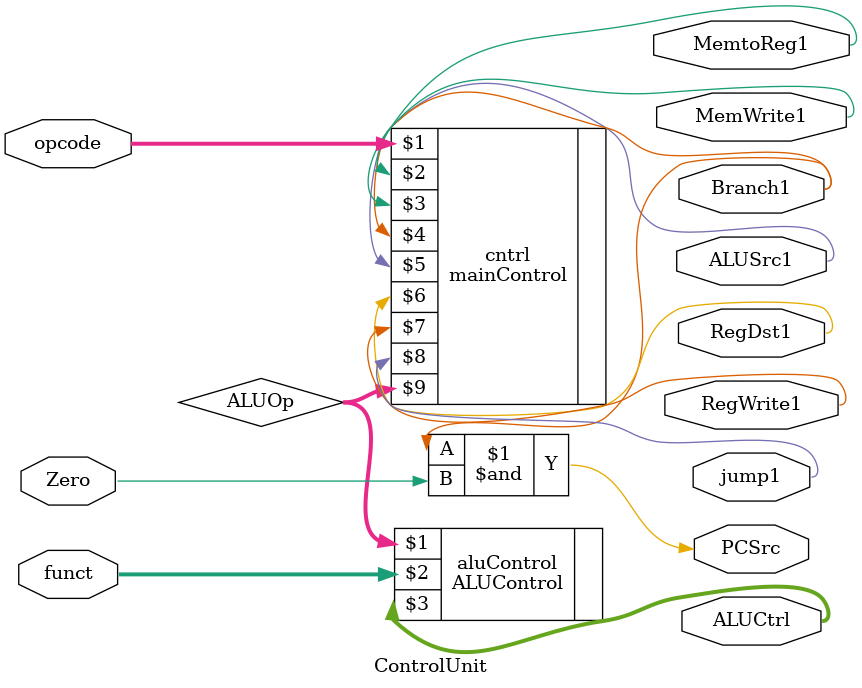
<source format=v>
module ControlUnit(
input Zero,
input [5:0]opcode,funct,
output MemtoReg1
,MemWrite1,Branch1,ALUSrc1,RegDst1,RegWrite1,jump1,PCSrc,
 output [2:0] ALUCtrl
 );

wire [1:0]ALUOp;
mainControl cntrl(opcode,MemtoReg1,MemWrite1,Branch1,
ALUSrc1,RegDst1,RegWrite1,jump1,ALUOp );
ALUControl aluControl( ALUOp,funct,ALUCtrl);
assign PCSrc=Branch1&Zero;

endmodule

</source>
